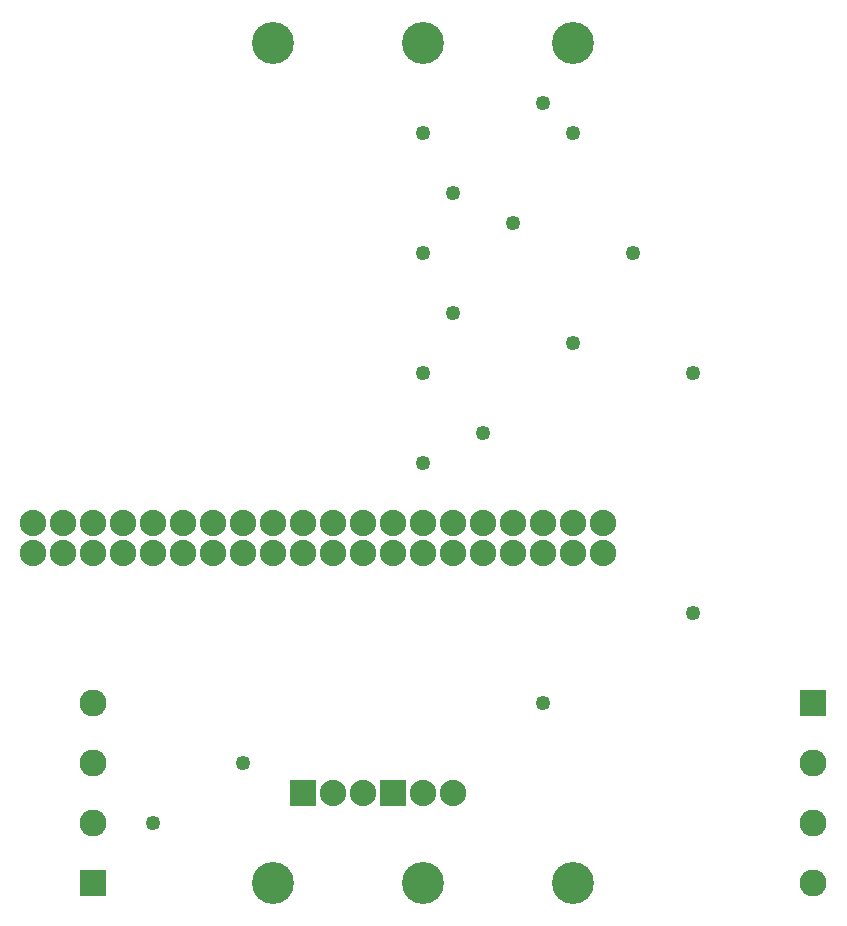
<source format=gbs>
G04 MADE WITH FRITZING*
G04 WWW.FRITZING.ORG*
G04 DOUBLE SIDED*
G04 HOLES PLATED*
G04 CONTOUR ON CENTER OF CONTOUR VECTOR*
%ASAXBY*%
%FSLAX23Y23*%
%MOIN*%
%OFA0B0*%
%SFA1.0B1.0*%
%ADD10C,0.049370*%
%ADD11C,0.088000*%
%ADD12C,0.090000*%
%ADD13C,0.139921*%
%ADD14R,0.088000X0.088000*%
%ADD15R,0.090000X0.090000*%
%LNMASK0*%
G90*
G70*
G54D10*
X2529Y1222D03*
X1029Y722D03*
X2129Y2122D03*
X1929Y2522D03*
X1829Y1822D03*
X1729Y2222D03*
X1729Y2622D03*
X2529Y2022D03*
X2329Y2422D03*
X2129Y2822D03*
X1629Y2822D03*
X1629Y2422D03*
X1629Y2022D03*
X1629Y1722D03*
X2029Y2922D03*
G54D11*
X1529Y622D03*
X1629Y622D03*
X1729Y622D03*
X1229Y622D03*
X1329Y622D03*
X1429Y622D03*
G54D10*
X729Y522D03*
X2029Y922D03*
G54D12*
X529Y522D03*
X529Y722D03*
X529Y922D03*
X529Y322D03*
X2929Y722D03*
X2929Y522D03*
X2929Y322D03*
X2929Y922D03*
G54D11*
X329Y1522D03*
X429Y1522D03*
X529Y1522D03*
X629Y1522D03*
X729Y1522D03*
X829Y1522D03*
X929Y1522D03*
X1029Y1522D03*
X1129Y1522D03*
X1229Y1522D03*
X1329Y1522D03*
X1429Y1522D03*
X1529Y1522D03*
X1629Y1522D03*
X1729Y1522D03*
X1829Y1522D03*
X1929Y1522D03*
X2029Y1522D03*
X2129Y1522D03*
X2229Y1522D03*
X329Y1522D03*
X429Y1522D03*
X529Y1522D03*
X629Y1522D03*
X729Y1522D03*
X829Y1522D03*
X929Y1522D03*
X1029Y1522D03*
X1129Y1522D03*
X1229Y1522D03*
X1329Y1522D03*
X1429Y1522D03*
X1529Y1522D03*
X1629Y1522D03*
X1729Y1522D03*
X1829Y1522D03*
X1929Y1522D03*
X2029Y1522D03*
X2129Y1522D03*
X2229Y1522D03*
X2229Y1422D03*
X2129Y1422D03*
X2029Y1422D03*
X1929Y1422D03*
X1829Y1422D03*
X1729Y1422D03*
X1629Y1422D03*
X1529Y1422D03*
X1429Y1422D03*
X1329Y1422D03*
X1229Y1422D03*
X1129Y1422D03*
X1029Y1422D03*
X929Y1422D03*
X829Y1422D03*
X729Y1422D03*
X629Y1422D03*
X529Y1422D03*
X429Y1422D03*
X329Y1422D03*
X329Y1522D03*
X429Y1522D03*
X529Y1522D03*
X629Y1522D03*
X729Y1522D03*
X829Y1522D03*
X929Y1522D03*
X1029Y1522D03*
X1129Y1522D03*
X1229Y1522D03*
X1329Y1522D03*
X1429Y1522D03*
X1529Y1522D03*
X1629Y1522D03*
X1729Y1522D03*
X1829Y1522D03*
X1929Y1522D03*
X2029Y1522D03*
X2129Y1522D03*
X2229Y1522D03*
X329Y1522D03*
X429Y1522D03*
X529Y1522D03*
X629Y1522D03*
X729Y1522D03*
X829Y1522D03*
X929Y1522D03*
X1029Y1522D03*
X1129Y1522D03*
X1229Y1522D03*
X1329Y1522D03*
X1429Y1522D03*
X1529Y1522D03*
X1629Y1522D03*
X1729Y1522D03*
X1829Y1522D03*
X1929Y1522D03*
X2029Y1522D03*
X2129Y1522D03*
X2229Y1522D03*
X2229Y1422D03*
X2129Y1422D03*
X2029Y1422D03*
X1929Y1422D03*
X1829Y1422D03*
X1729Y1422D03*
X1629Y1422D03*
X1529Y1422D03*
X1429Y1422D03*
X1329Y1422D03*
X1229Y1422D03*
X1129Y1422D03*
X1029Y1422D03*
X929Y1422D03*
X829Y1422D03*
X729Y1422D03*
X629Y1422D03*
X529Y1422D03*
X429Y1422D03*
X329Y1422D03*
G54D13*
X2129Y3122D03*
X1629Y3122D03*
X1129Y3122D03*
X1629Y322D03*
X1129Y322D03*
X2129Y322D03*
G54D14*
X1529Y622D03*
X1229Y622D03*
G54D15*
X529Y322D03*
X2929Y922D03*
G04 End of Mask0*
M02*
</source>
